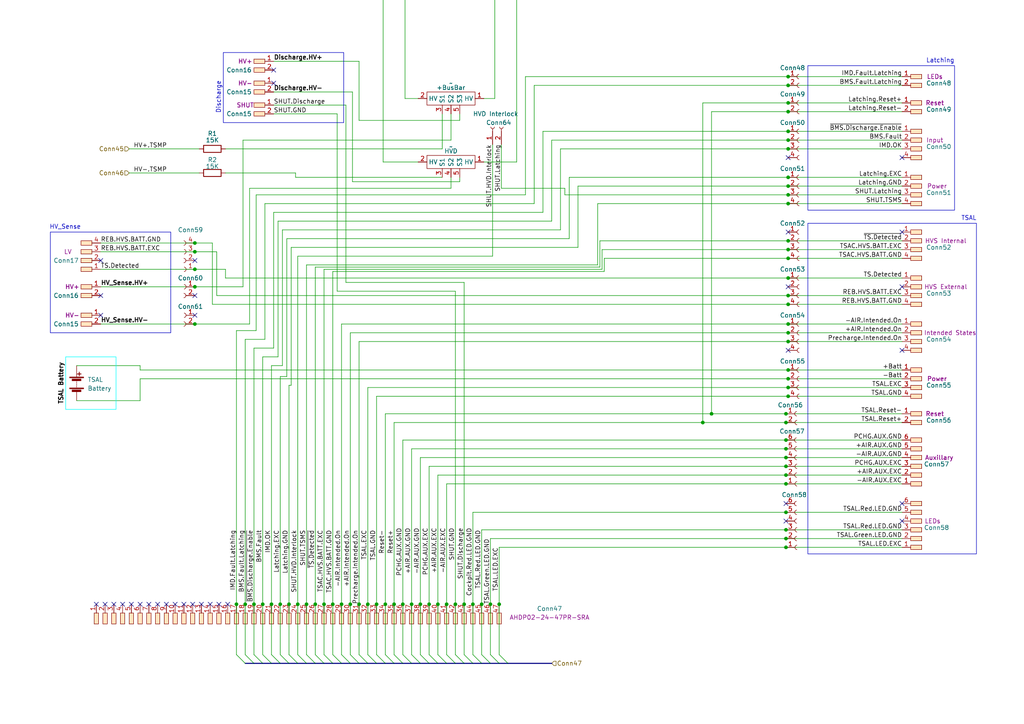
<source format=kicad_sch>
(kicad_sch (version 20230121) (generator eeschema)
  (paper "A4")
  (title_block (title "Rear Electronics Box") (date "2024-02-07") (rev "1.0.0") (company "SUFST") (comment 1 "Stag X") (comment 2 "Marek Frodyma"))
  (lib_symbols
    (symbol "Connector:Conn_01x02_Socket" (pin_names (offset 1.016) hide)
      (property "Reference" "J" (at 0 2.54 0))
      (property "Value" "Conn_01x02_Socket" (at 0 -5.08 0))
      (symbol "Conn_01x02_Socket_1_1"
        (arc (start 0 -2.032) (mid -0.5058 -2.54) (end 0 -3.048) (stroke (width 0.1524)))
        (polyline (pts (xy -1.27 -2.54) (xy -0.508 -2.54)) (stroke (width 0.1524)))
        (polyline (pts (xy -1.27 0) (xy -0.508 0)) (stroke (width 0.1524)))
        (arc (start 0 0.508) (mid -0.5058 0) (end 0 -0.508) (stroke (width 0.1524)))
        (pin passive line (at -5.08 0 0) (length 3.81) (name "Pin_1") (number "1"))
        (pin passive line (at -5.08 -2.54 0) (length 3.81) (name "Pin_2") (number "2"))
      )
    )
    (symbol "Connectors_SUFST:AMPHENOL-47P-Pannel"
      (property "Reference" "Conn" (at 0 -1.905 0))
      (property "P/N" "AHDP02-24-47PR-SRA" (at 0 0 0))
      (symbol "AMPHENOL-47P-Pannel_0_1"
        (polyline (pts (xy -0.635 -121.285) (xy 1.905 -121.285)))
        (polyline (pts (xy -0.635 -116.205) (xy 1.905 -116.205)))
        (polyline (pts (xy -0.635 -111.125) (xy 1.905 -111.125)))
        (polyline (pts (xy -0.635 -106.045) (xy 1.905 -106.045)))
        (polyline (pts (xy -0.635 -100.965) (xy 1.905 -100.965)))
        (polyline (pts (xy -0.635 -95.885) (xy 1.905 -95.885)))
        (polyline (pts (xy -0.635 -90.805) (xy 1.905 -90.805)))
        (polyline (pts (xy -0.635 -85.725) (xy 1.905 -85.725)))
        (polyline (pts (xy -0.635 -80.645) (xy 1.905 -80.645)))
        (polyline (pts (xy -0.635 -75.565) (xy 1.905 -75.565)))
        (polyline (pts (xy -0.635 -70.485) (xy 1.905 -70.485)))
        (polyline (pts (xy -0.635 -65.405) (xy 1.905 -65.405)))
        (polyline (pts (xy -0.635 -60.325) (xy 1.905 -60.325)))
        (polyline (pts (xy -0.635 -55.245) (xy 1.905 -55.245)))
        (polyline (pts (xy -0.635 -50.165) (xy 1.905 -50.165)))
        (polyline (pts (xy -0.635 -45.085) (xy 1.905 -45.085)))
        (polyline (pts (xy -0.635 -40.005) (xy 1.905 -40.005)))
        (polyline (pts (xy -0.635 -34.925) (xy 1.905 -34.925)))
        (polyline (pts (xy -0.635 -29.845) (xy 1.905 -29.845)))
        (polyline (pts (xy -0.635 -24.765) (xy 1.905 -24.765)))
        (polyline (pts (xy -0.635 -19.685) (xy 1.905 -19.685)))
        (polyline (pts (xy -0.635 -14.605) (xy 1.905 -14.605)))
        (polyline (pts (xy -0.635 -9.525) (xy 1.905 -9.525)))
        (polyline (pts (xy -0.635 -4.445) (xy 1.905 -4.445)))
      )
      (symbol "AMPHENOL-47P-Pannel_1_1"
        (rectangle (start -3.81 -120.65) (end -0.635 -121.92) (fill (type color) (color 255 229 191 1)))
        (rectangle (start -3.81 -118.11) (end -0.635 -119.38) (fill (type color) (color 255 229 191 1)))
        (rectangle (start -3.81 -115.57) (end -0.635 -116.84) (fill (type color) (color 255 229 191 1)))
        (rectangle (start -3.81 -113.03) (end -0.635 -114.3) (fill (type color) (color 255 229 191 1)))
        (rectangle (start -3.81 -110.49) (end -0.635 -111.76) (fill (type color) (color 255 229 191 1)))
        (rectangle (start -3.81 -107.95) (end -0.635 -109.22) (fill (type color) (color 255 229 191 1)))
        (rectangle (start -3.81 -105.41) (end -0.635 -106.68) (fill (type color) (color 255 229 191 1)))
        (rectangle (start -3.81 -102.87) (end -0.635 -104.14) (fill (type color) (color 255 229 191 1)))
        (rectangle (start -3.81 -100.33) (end -0.635 -101.6) (fill (type color) (color 255 229 191 1)))
        (rectangle (start -3.81 -97.79) (end -0.635 -99.06) (fill (type color) (color 255 229 191 1)))
        (rectangle (start -3.81 -95.25) (end -0.635 -96.52) (fill (type color) (color 255 229 191 1)))
        (rectangle (start -3.81 -92.71) (end -0.635 -93.98) (fill (type color) (color 255 229 191 1)))
        (rectangle (start -3.81 -90.17) (end -0.635 -91.44) (fill (type color) (color 255 229 191 1)))
        (rectangle (start -3.81 -87.63) (end -0.635 -88.9) (fill (type color) (color 255 229 191 1)))
        (rectangle (start -3.81 -85.09) (end -0.635 -86.36) (fill (type color) (color 255 229 191 1)))
        (rectangle (start -3.81 -82.55) (end -0.635 -83.82) (fill (type color) (color 255 229 191 1)))
        (rectangle (start -3.81 -80.01) (end -0.635 -81.28) (fill (type color) (color 255 229 191 1)))
        (rectangle (start -3.81 -77.47) (end -0.635 -78.74) (fill (type color) (color 255 229 191 1)))
        (rectangle (start -3.81 -74.93) (end -0.635 -76.2) (fill (type color) (color 255 229 191 1)))
        (rectangle (start -3.81 -72.39) (end -0.635 -73.66) (fill (type color) (color 255 229 191 1)))
        (rectangle (start -3.81 -69.85) (end -0.635 -71.12) (fill (type color) (color 255 229 191 1)))
        (rectangle (start -3.81 -67.31) (end -0.635 -68.58) (fill (type color) (color 255 229 191 1)))
        (rectangle (start -3.81 -64.77) (end -0.635 -66.04) (fill (type color) (color 255 229 191 1)))
        (rectangle (start -3.81 -62.23) (end -0.635 -63.5) (fill (type color) (color 255 229 191 1)))
        (rectangle (start -3.81 -59.69) (end -0.635 -60.96) (fill (type color) (color 255 229 191 1)))
        (rectangle (start -3.81 -57.15) (end -0.635 -58.42) (fill (type color) (color 255 229 191 1)))
        (rectangle (start -3.81 -54.61) (end -0.635 -55.88) (fill (type color) (color 255 229 191 1)))
        (rectangle (start -3.81 -52.07) (end -0.635 -53.34) (fill (type color) (color 255 229 191 1)))
        (rectangle (start -3.81 -49.53) (end -0.635 -50.8) (fill (type color) (color 255 229 191 1)))
        (rectangle (start -3.81 -46.99) (end -0.635 -48.26) (fill (type color) (color 255 229 191 1)))
        (rectangle (start -3.81 -44.45) (end -0.635 -45.72) (fill (type color) (color 255 229 191 1)))
        (rectangle (start -3.81 -41.91) (end -0.635 -43.18) (fill (type color) (color 255 229 191 1)))
        (rectangle (start -3.81 -39.37) (end -0.635 -40.64) (fill (type color) (color 255 229 191 1)))
        (rectangle (start -3.81 -36.83) (end -0.635 -38.1) (fill (type color) (color 255 229 191 1)))
        (rectangle (start -3.81 -34.29) (end -0.635 -35.56) (fill (type color) (color 255 229 191 1)))
        (rectangle (start -3.81 -31.75) (end -0.635 -33.02) (fill (type color) (color 255 229 191 1)))
        (rectangle (start -3.81 -29.21) (end -0.635 -30.48) (fill (type color) (color 255 229 191 1)))
        (rectangle (start -3.81 -26.67) (end -0.635 -27.94) (fill (type color) (color 255 229 191 1)))
        (rectangle (start -3.81 -24.13) (end -0.635 -25.4) (fill (type color) (color 255 229 191 1)))
        (rectangle (start -3.81 -21.59) (end -0.635 -22.86) (fill (type color) (color 255 229 191 1)))
        (rectangle (start -3.81 -19.05) (end -0.635 -20.32) (fill (type color) (color 255 229 191 1)))
        (rectangle (start -3.81 -16.51) (end -0.635 -17.78) (fill (type color) (color 255 229 191 1)))
        (rectangle (start -3.81 -13.97) (end -0.635 -15.24) (fill (type color) (color 255 229 191 1)))
        (rectangle (start -3.81 -11.43) (end -0.635 -12.7) (fill (type color) (color 255 229 191 1)))
        (rectangle (start -3.81 -8.89) (end -0.635 -10.16) (fill (type color) (color 255 229 191 1)))
        (rectangle (start -3.81 -6.35) (end -0.635 -7.62) (fill (type color) (color 255 229 191 1)))
        (rectangle (start -3.81 -3.81) (end -0.635 -5.08) (fill (type color) (color 255 229 191 1)))
        (pin input line (at 1.905 -4.445 180) (length 2.54) (name "") (number "1"))
        (pin input line (at 1.905 -27.305 180) (length 2.54) (name "") (number "10"))
        (pin input line (at 1.905 -29.845 180) (length 2.54) (name "") (number "11"))
        (pin input line (at 1.905 -32.385 180) (length 2.54) (name "") (number "12"))
        (pin input line (at 1.905 -34.925 180) (length 2.54) (name "") (number "13"))
        (pin input line (at 1.905 -37.465 180) (length 2.54) (name "") (number "14"))
        (pin input line (at 1.905 -40.005 180) (length 2.54) (name "") (number "15"))
        (pin input line (at 1.905 -42.545 180) (length 2.54) (name "") (number "16"))
        (pin input line (at 1.905 -45.085 180) (length 2.54) (name "") (number "17"))
        (pin input line (at 1.905 -47.625 180) (length 2.54) (name "") (number "18"))
        (pin input line (at 1.905 -50.165 180) (length 2.54) (name "") (number "19"))
        (pin input line (at 1.905 -6.985 180) (length 2.54) (name "") (number "2"))
        (pin input line (at 1.905 -52.705 180) (length 2.54) (name "") (number "20"))
        (pin input line (at 1.905 -55.245 180) (length 2.54) (name "") (number "21"))
        (pin input line (at 1.905 -57.785 180) (length 2.54) (name "") (number "22"))
        (pin input line (at 1.905 -60.325 180) (length 2.54) (name "") (number "23"))
        (pin input line (at 1.905 -62.865 180) (length 2.54) (name "") (number "24"))
        (pin input line (at 1.905 -65.405 180) (length 2.54) (name "") (number "25"))
        (pin input line (at 1.905 -67.945 180) (length 2.54) (name "") (number "26"))
        (pin input line (at 1.905 -70.485 180) (length 2.54) (name "") (number "27"))
        (pin input line (at 1.905 -73.025 180) (length 2.54) (name "") (number "28"))
        (pin input line (at 1.905 -75.565 180) (length 2.54) (name "") (number "29"))
        (pin input line (at 1.905 -9.525 180) (length 2.54) (name "") (number "3"))
        (pin input line (at 1.905 -78.105 180) (length 2.54) (name "") (number "30"))
        (pin input line (at 1.905 -80.645 180) (length 2.54) (name "") (number "31"))
        (pin input line (at 1.905 -83.185 180) (length 2.54) (name "") (number "32"))
        (pin input line (at 1.905 -85.725 180) (length 2.54) (name "") (number "33"))
        (pin input line (at 1.905 -88.265 180) (length 2.54) (name "") (number "34"))
        (pin input line (at 1.905 -90.805 180) (length 2.54) (name "") (number "35"))
        (pin input line (at 1.905 -93.345 180) (length 2.54) (name "") (number "36"))
        (pin input line (at 1.905 -95.885 180) (length 2.54) (name "") (number "37"))
        (pin input line (at 1.905 -98.425 180) (length 2.54) (name "") (number "38"))
        (pin input line (at 1.905 -100.965 180) (length 2.54) (name "") (number "39"))
        (pin input line (at 1.905 -12.065 180) (length 2.54) (name "") (number "4"))
        (pin input line (at 1.905 -103.505 180) (length 2.54) (name "") (number "40"))
        (pin input line (at 1.905 -106.045 180) (length 2.54) (name "") (number "41"))
        (pin input line (at 1.905 -108.585 180) (length 2.54) (name "") (number "42"))
        (pin input line (at 1.905 -111.125 180) (length 2.54) (name "") (number "43"))
        (pin input line (at 1.905 -113.665 180) (length 2.54) (name "") (number "44"))
        (pin input line (at 1.905 -116.205 180) (length 2.54) (name "") (number "45"))
        (pin input line (at 1.905 -118.745 180) (length 2.54) (name "") (number "46"))
        (pin input line (at 1.905 -121.285 180) (length 2.54) (name "") (number "47"))
        (pin input line (at 1.905 -14.605 180) (length 2.54) (name "") (number "5"))
        (pin input line (at 1.905 -17.145 180) (length 2.54) (name "") (number "6"))
        (pin input line (at 1.905 -19.685 180) (length 2.54) (name "") (number "7"))
        (pin input line (at 1.905 -22.225 180) (length 2.54) (name "") (number "8"))
        (pin input line (at 1.905 -24.765 180) (length 2.54) (name "") (number "9"))
      )
    )
    (symbol "Connectors_SUFST:Bus_Bar"
      (property "Reference" "B" (at 0 1.27 0))
      (symbol "Bus_Bar_0_1"
        (rectangle (start -6.985 -2.54) (end 6.985 -6.35))
      )
      (symbol "Bus_Bar_1_1"
        (pin input line (at 9.525 -4.445 180) (length 2.54) (name "HV") (number "1"))
        (pin input line (at -9.525 -4.445 0) (length 2.54) (name "HV") (number "2"))
        (pin input line (at -2.54 -8.89 90) (length 2.54) (name "S1") (number "3"))
        (pin input line (at 0 -8.89 90) (length 2.54) (name "S2") (number "4"))
        (pin input line (at 2.54 -8.89 90) (length 2.54) (name "S3") (number "5"))
      )
    )
    (symbol "Connectors_SUFST:Molex_2x1P_Horizontal_THT"
      (property "Reference" "Conn" (at 0 -1.905 0))
      (symbol "Molex_2x1P_Horizontal_THT_0_1"
        (polyline (pts (xy -0.635 -4.445) (xy 1.905 -4.445)))
      )
      (symbol "Molex_2x1P_Horizontal_THT_1_1"
        (rectangle (start -3.81 -6.35) (end -0.635 -7.62) (fill (type color) (color 255 229 191 1)))
        (rectangle (start -3.81 -3.81) (end -0.635 -5.08) (fill (type color) (color 255 229 191 1)))
        (pin input line (at 1.905 -6.985 180) (length 2.54) (name "") (number "1"))
        (pin input line (at 1.905 -4.445 180) (length 2.54) (name "") (number "2"))
      )
    )
    (symbol "Connectors_SUFST:Molex_2x1S_Recepticle"
      (property "Reference" "Conn" (at 0 0.635 0))
      (symbol "Molex_2x1S_Recepticle_0_1"
        (arc (start -2.5368 -2.5407) (mid -1.9833 -1.9063) (end -2.5355 -1.2707))
        (arc (start -2.4524 -5.0801) (mid -1.8989 -4.4457) (end -2.4511 -3.8101))
      )
      (symbol "Molex_2x1S_Recepticle_1_1"
        (pin input line (at 0.635 -4.445 180) (length 2.54) (name "") (number "1"))
        (pin input line (at 0.635 -1.905 180) (length 2.54) (name "") (number "2"))
      )
    )
    (symbol "Connectors_SUFST:Molex_2x2P_Horizontal"
      (property "Reference" "Conn" (at 0 -1.905 0))
      (symbol "Molex_2x2P_Horizontal_0_1"
        (polyline (pts (xy -0.635 -9.525) (xy 1.905 -9.525)))
        (polyline (pts (xy -0.635 -4.445) (xy 1.905 -4.445)))
      )
      (symbol "Molex_2x2P_Horizontal_1_1"
        (rectangle (start -3.81 -11.43) (end -0.635 -12.7) (fill (type color) (color 255 229 191 1)))
        (rectangle (start -3.81 -8.89) (end -0.635 -10.16) (fill (type color) (color 255 229 191 1)))
        (rectangle (start -3.81 -6.35) (end -0.635 -7.62) (fill (type color) (color 255 229 191 1)))
        (rectangle (start -3.81 -3.81) (end -0.635 -5.08) (fill (type color) (color 255 229 191 1)))
        (pin input line (at 1.905 -12.065 180) (length 2.54) (name "") (number "1"))
        (pin input line (at 1.905 -9.525 180) (length 2.54) (name "") (number "2"))
        (pin input line (at 1.905 -6.985 180) (length 2.54) (name "") (number "3"))
        (pin input line (at 1.905 -4.445 180) (length 2.54) (name "") (number "4"))
      )
    )
    (symbol "Connectors_SUFST:Molex_2x2S_Recepticle"
      (property "Reference" "Conn" (at 0 0.635 0))
      (symbol "Molex_2x2S_Recepticle_0_1"
        (arc (start -2.5368 -7.6207) (mid -1.9833 -6.9863) (end -2.5355 -6.3507))
        (arc (start -2.5368 -2.5407) (mid -1.9833 -1.9063) (end -2.5355 -1.2707))
        (arc (start -2.4524 -10.1601) (mid -1.8989 -9.5257) (end -2.4511 -8.8901))
        (arc (start -2.4524 -5.0801) (mid -1.8989 -4.4457) (end -2.4511 -3.8101))
      )
      (symbol "Molex_2x2S_Recepticle_1_1"
        (pin input line (at 0.635 -9.525 180) (length 2.54) (name "") (number "1"))
        (pin input line (at 0.635 -6.985 180) (length 2.54) (name "") (number "2"))
        (pin input line (at 0.635 -4.445 180) (length 2.54) (name "") (number "3"))
        (pin input line (at 0.635 -1.905 180) (length 2.54) (name "") (number "4"))
      )
    )
    (symbol "Connectors_SUFST:Molex_3x2S_Recepticle"
      (property "Reference" "Conn" (at 0 0.635 0))
      (symbol "Molex_3x2S_Recepticle_0_1"
        (arc (start -2.5368 -7.6207) (mid -1.9833 -6.9863) (end -2.5355 -6.3507))
        (arc (start -2.5368 -2.5407) (mid -1.9833 -1.9063) (end -2.5355 -1.2707))
        (arc (start -2.4524 -12.7001) (mid -1.8989 -12.0657) (end -2.4511 -11.4301))
        (arc (start -2.4524 -10.1601) (mid -1.8989 -9.5257) (end -2.4511 -8.8901))
        (arc (start -2.4524 -5.0801) (mid -1.8989 -4.4457) (end -2.4511 -3.8101))
        (arc (start -2.368 -15.2395) (mid -1.8145 -14.6051) (end -2.3667 -13.9695))
      )
      (symbol "Molex_3x2S_Recepticle_1_1"
        (pin input line (at 0.635 -1.905 180) (length 2.54) (name "") (number "1"))
        (pin input line (at 0.635 -4.445 180) (length 2.54) (name "") (number "2"))
        (pin input line (at 0.635 -6.985 180) (length 2.54) (name "") (number "3"))
        (pin input line (at 0.635 -9.525 180) (length 2.54) (name "") (number "4"))
        (pin input line (at 0.635 -12.065 180) (length 2.54) (name "") (number "5"))
        (pin input line (at 0.635 -14.605 180) (length 2.54) (name "") (number "6"))
      )
    )
    (symbol "Connectors_SUFST:Molex_6x1P_Horizontal_THT"
      (property "Reference" "Conn" (at 0 -1.905 0))
      (symbol "Molex_6x1P_Horizontal_THT_0_1"
        (polyline (pts (xy -0.635 -14.605) (xy 1.905 -14.605)))
        (polyline (pts (xy -0.635 -9.525) (xy 1.905 -9.525)))
        (polyline (pts (xy -0.635 -4.445) (xy 1.905 -4.445)))
      )
      (symbol "Molex_6x1P_Horizontal_THT_1_1"
        (rectangle (start -3.81 -16.51) (end -0.635 -17.78) (fill (type color) (color 255 229 191 1)))
        (rectangle (start -3.81 -13.97) (end -0.635 -15.24) (fill (type color) (color 255 229 191 1)))
        (rectangle (start -3.81 -11.43) (end -0.635 -12.7) (fill (type color) (color 255 229 191 1)))
        (rectangle (start -3.81 -8.89) (end -0.635 -10.16) (fill (type color) (color 255 229 191 1)))
        (rectangle (start -3.81 -6.35) (end -0.635 -7.62) (fill (type color) (color 255 229 191 1)))
        (rectangle (start -3.81 -3.81) (end -0.635 -5.08) (fill (type color) (color 255 229 191 1)))
        (pin input line (at 1.905 -4.445 180) (length 2.54) (name "") (number "1"))
        (pin input line (at 1.905 -6.985 180) (length 2.54) (name "") (number "2"))
        (pin input line (at 1.905 -9.525 180) (length 2.54) (name "") (number "3"))
        (pin input line (at 1.905 -12.065 180) (length 2.54) (name "") (number "4"))
        (pin input line (at 1.905 -14.605 180) (length 2.54) (name "") (number "5"))
        (pin input line (at 1.905 -17.145 180) (length 2.54) (name "") (number "6"))
      )
    )
    (symbol "Device:Battery" (pin_numbers hide) (pin_names (offset 0) hide)
      (property "Reference" "BT" (at 2.54 2.54 0))
      (property "Value" "Battery" (at 2.54 0 0))
      (symbol "Battery_0_1"
        (rectangle (start -2.032 -1.397) (end 2.032 -1.651) (fill (type outline)))
        (rectangle (start -2.032 1.778) (end 2.032 1.524) (fill (type outline)))
        (rectangle (start -1.3208 -1.9812) (end 1.27 -2.4892) (fill (type outline)))
        (rectangle (start -1.3208 1.1938) (end 1.27 0.6858) (fill (type outline)))
        (polyline (pts (xy 0 -1.524) (xy 0 -1.27)))
        (polyline (pts (xy 0 -1.016) (xy 0 -0.762)))
        (polyline (pts (xy 0 -0.508) (xy 0 -0.254)))
        (polyline (pts (xy 0 0) (xy 0 0.254)))
        (polyline (pts (xy 0 0.508) (xy 0 0.762)))
        (polyline (pts (xy 0 1.778) (xy 0 2.54)))
        (polyline (pts (xy 0.254 2.667) (xy 1.27 2.667)) (stroke (width 0.254)))
        (polyline (pts (xy 0.762 3.175) (xy 0.762 2.159)) (stroke (width 0.254)))
      )
      (symbol "Battery_1_1"
        (pin passive line (at 0 5.08 270) (length 2.54) (name "+") (number "1"))
        (pin passive line (at 0 -5.08 90) (length 2.54) (name "-") (number "2"))
      )
    )
    (symbol "Device:R" (pin_numbers hide) (pin_names (offset 0))
      (property "Reference" "R" (at 2.032 0 90))
      (property "Value" "R" (at 0 0 90))
      (symbol "R_0_1"
        (rectangle (start -1.016 -2.54) (end 1.016 2.54) (stroke (width 0.254)))
      )
      (symbol "R_1_1"
        (pin passive line (at 0 3.81 270) (length 1.27) (name "~") (number "1"))
        (pin passive line (at 0 -3.81 90) (length 1.27) (name "~") (number "2"))
      )
    )
    (symbol "Molex_2x2P_Horizontal_1"
      (property "Reference" "Conn" (at 0 -1.905 0))
      (symbol "Molex_2x2P_Horizontal_1_0_1"
        (polyline (pts (xy -0.635 -9.525) (xy 1.905 -9.525)))
        (polyline (pts (xy -0.635 -4.445) (xy 1.905 -4.445)))
      )
      (symbol "Molex_2x2P_Horizontal_1_1_1"
        (rectangle (start -3.81 -11.43) (end -0.635 -12.7) (fill (type color) (color 255 229 191 1)))
        (rectangle (start -3.81 -8.89) (end -0.635 -10.16) (fill (type color) (color 255 229 191 1)))
        (rectangle (start -3.81 -6.35) (end -0.635 -7.62) (fill (type color) (color 255 229 191 1)))
        (rectangle (start -3.81 -3.81) (end -0.635 -5.08) (fill (type color) (color 255 229 191 1)))
        (pin input line (at 1.905 -12.065 180) (length 2.54) (name "") (number "1"))
        (pin input line (at 1.905 -9.525 180) (length 2.54) (name "") (number "2"))
        (pin input line (at 1.905 -6.985 180) (length 2.54) (name "") (number "3"))
        (pin input line (at 1.905 -4.445 180) (length 2.54) (name "") (number "4"))
      )
    )
  )
  (junction (at 227.965 132.715))
  (junction (at 121.92 175.26))
  (junction (at 228.6 74.93))
  (junction (at 124.46 175.26))
  (junction (at 228.6 59.055))
  (junction (at 86.36 175.26))
  (junction (at 228.6 109.855))
  (junction (at 206.375 120.015))
  (junction (at 104.14 175.26))
  (junction (at 228.6 114.935))
  (junction (at 78.74 175.26))
  (junction (at 228.6 22.225))
  (junction (at 227.965 140.335))
  (junction (at 227.965 137.795))
  (junction (at 83.82 175.26))
  (junction (at 227.965 127.635))
  (junction (at 228.6 96.52))
  (junction (at 227.965 153.67))
  (junction (at 68.58 175.26))
  (junction (at 71.12 175.26))
  (junction (at 228.6 72.39))
  (junction (at 132.08 175.26))
  (junction (at 144.78 175.26))
  (junction (at 228.6 51.435))
  (junction (at 227.965 122.555))
  (junction (at 56.515 78.105))
  (junction (at 56.515 83.185))
  (junction (at 228.6 24.765))
  (junction (at 227.965 148.59))
  (junction (at 228.6 85.725))
  (junction (at 228.6 99.06))
  (junction (at 111.76 175.26))
  (junction (at 227.965 120.015))
  (junction (at 203.835 122.555))
  (junction (at 227.965 135.255))
  (junction (at 109.22 175.26))
  (junction (at 134.62 175.26))
  (junction (at 56.515 73.025))
  (junction (at 56.515 70.485))
  (junction (at 227.965 156.21))
  (junction (at 139.7 175.26))
  (junction (at 88.9 175.26))
  (junction (at 228.6 80.645))
  (junction (at 129.54 175.26))
  (junction (at 227.965 158.75))
  (junction (at 99.06 175.26))
  (junction (at 228.6 88.265))
  (junction (at 228.6 38.1))
  (junction (at 228.6 93.98))
  (junction (at 228.6 32.385))
  (junction (at 76.2 175.26))
  (junction (at 93.98 175.26))
  (junction (at 119.38 175.26))
  (junction (at 101.6 175.26))
  (junction (at 56.515 93.98))
  (junction (at 91.44 175.26))
  (junction (at 114.3 175.26))
  (junction (at 228.6 43.18))
  (junction (at 228.6 107.315))
  (junction (at 137.16 175.26))
  (junction (at 81.28 175.26))
  (junction (at 96.52 175.26))
  (junction (at 127 175.26))
  (junction (at 228.6 29.845))
  (junction (at 228.6 112.395))
  (junction (at 106.68 175.26))
  (junction (at 227.965 130.175))
  (junction (at 228.6 40.64))
  (junction (at 228.6 69.85))
  (junction (at 116.84 175.26))
  (junction (at 142.24 175.26))
  (junction (at 228.6 53.975))
  (junction (at 73.66 175.26))
  (junction (at 228.6 56.515))
  (no_connect (at 261.62 67.31))
  (no_connect (at 227.965 151.13))
  (no_connect (at 228.6 101.6))
  (no_connect (at 228.6 45.72))
  (no_connect (at 45.72 175.26))
  (no_connect (at 53.34 175.26))
  (no_connect (at 79.375 24.13))
  (no_connect (at 56.515 91.44))
  (no_connect (at 261.62 101.6))
  (no_connect (at 227.965 146.05))
  (no_connect (at 35.56 175.26))
  (no_connect (at 50.8 175.26))
  (no_connect (at 261.62 151.13))
  (no_connect (at 261.62 45.72))
  (no_connect (at 29.21 91.44))
  (no_connect (at 40.64 175.26))
  (no_connect (at 56.515 85.725))
  (no_connect (at 30.48 175.26))
  (no_connect (at 33.02 175.26))
  (no_connect (at 27.94 175.26))
  (no_connect (at 66.04 175.26))
  (no_connect (at 43.18 175.26))
  (no_connect (at 228.6 83.185))
  (no_connect (at 228.6 67.31))
  (no_connect (at 56.515 75.565))
  (no_connect (at 261.62 146.05))
  (no_connect (at 58.42 175.26))
  (no_connect (at 261.62 83.185))
  (no_connect (at 79.375 20.32))
  (no_connect (at 29.21 75.565))
  (no_connect (at 29.21 85.725))
  (no_connect (at 38.1 175.26))
  (no_connect (at 48.26 175.26))
  (no_connect (at 60.96 175.26))
  (no_connect (at 63.5 175.26))
  (no_connect (at 55.88 175.26))
  (bus_entry (at 104.14 189.865) (size 2.54 2.54))
  (bus_entry (at 68.58 189.865) (size 2.54 2.54))
  (bus_entry (at 121.92 189.865) (size 2.54 2.54))
  (bus_entry (at 134.62 189.865) (size 2.54 2.54))
  (bus_entry (at 86.36 189.865) (size 2.54 2.54))
  (bus_entry (at 127 189.865) (size 2.54 2.54))
  (bus_entry (at 111.76 189.865) (size 2.54 2.54))
  (bus_entry (at 96.52 189.865) (size 2.54 2.54))
  (bus_entry (at 71.12 189.865) (size 2.54 2.54))
  (bus_entry (at 144.78 189.865) (size 2.54 2.54))
  (bus_entry (at 91.44 189.865) (size 2.54 2.54))
  (bus_entry (at 114.3 189.865) (size 2.54 2.54))
  (bus_entry (at 137.16 189.865) (size 2.54 2.54))
  (bus_entry (at 73.66 189.865) (size 2.54 2.54))
  (bus_entry (at 106.68 189.865) (size 2.54 2.54))
  (bus_entry (at 101.6 189.865) (size 2.54 2.54))
  (bus_entry (at 119.38 189.865) (size 2.54 2.54))
  (bus_entry (at 129.54 189.865) (size 2.54 2.54))
  (bus_entry (at 116.84 189.865) (size 2.54 2.54))
  (bus_entry (at 78.74 189.865) (size 2.54 2.54))
  (bus_entry (at 109.22 189.865) (size 2.54 2.54))
  (bus_entry (at 83.82 189.865) (size 2.54 2.54))
  (bus_entry (at 132.08 189.865) (size 2.54 2.54))
  (bus_entry (at 88.9 189.865) (size 2.54 2.54))
  (bus_entry (at 93.98 189.865) (size 2.54 2.54))
  (bus_entry (at 99.06 189.865) (size 2.54 2.54))
  (bus_entry (at 139.7 189.865) (size 2.54 2.54))
  (bus_entry (at 142.24 189.865) (size 2.54 2.54))
  (bus_entry (at 81.28 189.865) (size 2.54 2.54))
  (bus_entry (at 124.46 189.865) (size 2.54 2.54))
  (bus_entry (at 76.2 189.865) (size 2.54 2.54))
  (wire (pts (xy 145.415 54.61) (xy 145.415 41.91)))
  (wire (pts (xy 74.295 95.885) (xy 74.295 56.515)))
  (wire (pts (xy 62.865 85.725) (xy 62.865 73.025)))
  (wire (pts (xy 104.14 175.26) (xy 104.14 189.865)))
  (wire (pts (xy 128.27 51.435) (xy 85.725 51.435)))
  (wire (pts (xy 114.3 122.555) (xy 114.3 175.26)))
  (bus (pts (xy 144.78 192.405) (xy 147.32 192.405)))
  (wire (pts (xy 65.405 80.645) (xy 228.6 80.645)))
  (wire (pts (xy 81.915 66.675) (xy 81.915 106.045)))
  (wire (pts (xy 93.98 175.26) (xy 93.98 189.865)))
  (wire (pts (xy 261.62 99.06) (xy 228.6 99.06)))
  (wire (pts (xy 261.62 93.98) (xy 228.6 93.98)))
  (wire (pts (xy 133.35 52.705) (xy 102.235 52.705)))
  (wire (pts (xy 71.12 98.425) (xy 71.12 175.26)))
  (bus (pts (xy 101.6 192.405) (xy 104.14 192.405)))
  (wire (pts (xy 228.6 69.85) (xy 261.62 69.85)))
  (wire (pts (xy 227.965 132.715) (xy 261.62 132.715)))
  (wire (pts (xy 261.62 43.18) (xy 228.6 43.18)))
  (wire (pts (xy 104.14 99.06) (xy 104.14 175.26)))
  (wire (pts (xy 261.62 53.975) (xy 228.6 53.975)))
  (wire (pts (xy 80.645 103.505) (xy 76.2 103.505)))
  (wire (pts (xy 127 137.795) (xy 127 175.26)))
  (wire (pts (xy 56.515 78.105) (xy 29.21 78.105)))
  (wire (pts (xy 228.6 96.52) (xy 261.62 96.52)))
  (wire (pts (xy 37.465 50.165) (xy 57.785 50.165)))
  (wire (pts (xy 79.375 61.595) (xy 79.375 100.965)))
  (wire (pts (xy 121.285 28.575) (xy 117.475 28.575)))
  (wire (pts (xy 173.99 69.85) (xy 228.6 69.85)))
  (bus (pts (xy 134.62 192.405) (xy 137.16 192.405)))
  (wire (pts (xy 114.3 175.26) (xy 114.3 189.865)))
  (wire (pts (xy 106.68 112.395) (xy 228.6 112.395)))
  (wire (pts (xy 124.46 175.26) (xy 124.46 189.865)))
  (wire (pts (xy 121.92 132.715) (xy 121.92 175.26)))
  (wire (pts (xy 261.62 59.055) (xy 228.6 59.055)))
  (wire (pts (xy 85.725 51.435) (xy 85.725 50.165)))
  (bus (pts (xy 127 192.405) (xy 129.54 192.405)))
  (wire (pts (xy 93.98 78.105) (xy 93.98 175.26)))
  (wire (pts (xy 97.79 84.455) (xy 97.79 33.02)))
  (wire (pts (xy 173.99 77.47) (xy 91.44 77.47)))
  (wire (pts (xy 140.335 28.575) (xy 143.51 28.575)))
  (wire (pts (xy 106.68 112.395) (xy 106.68 175.26)))
  (wire (pts (xy 203.835 29.845) (xy 203.835 122.555)))
  (wire (pts (xy 121.92 175.26) (xy 121.92 189.865)))
  (wire (pts (xy 96.52 78.74) (xy 175.26 78.74)))
  (wire (pts (xy 132.08 84.455) (xy 97.79 84.455)))
  (bus (pts (xy 106.68 192.405) (xy 109.22 192.405)))
  (wire (pts (xy 261.62 56.515) (xy 228.6 56.515)))
  (wire (pts (xy 261.62 153.67) (xy 227.965 153.67)))
  (wire (pts (xy 139.7 153.67) (xy 139.7 175.26)))
  (wire (pts (xy 140.335 46.99) (xy 149.86 46.99)))
  (wire (pts (xy 68.58 95.885) (xy 74.295 95.885)))
  (bus (pts (xy 81.28 192.405) (xy 83.82 192.405)))
  (bus (pts (xy 76.2 192.405) (xy 78.74 192.405)))
  (wire (pts (xy 86.36 74.295) (xy 142.875 74.295)))
  (wire (pts (xy 80.645 64.135) (xy 80.645 103.505)))
  (bus (pts (xy 86.36 192.405) (xy 88.9 192.405)))
  (wire (pts (xy 78.74 175.26) (xy 78.74 189.865)))
  (wire (pts (xy 114.3 122.555) (xy 203.835 122.555)))
  (wire (pts (xy 129.54 175.26) (xy 129.54 189.865)))
  (wire (pts (xy 84.455 111.76) (xy 83.82 111.76)))
  (bus (pts (xy 104.14 192.405) (xy 106.68 192.405)))
  (bus (pts (xy 124.46 192.405) (xy 127 192.405)))
  (wire (pts (xy 142.24 175.26) (xy 142.24 189.865)))
  (wire (pts (xy 129.54 140.335) (xy 129.54 175.26)))
  (wire (pts (xy 130.81 33.02) (xy 130.81 40.64)))
  (wire (pts (xy 76.835 98.425) (xy 71.12 98.425)))
  (wire (pts (xy 130.81 40.64) (xy 70.485 40.64)))
  (wire (pts (xy 40.64 107.315) (xy 40.64 106.045)))
  (wire (pts (xy 83.185 69.215) (xy 83.185 109.22)))
  (wire (pts (xy 96.52 175.26) (xy 96.52 189.865)))
  (wire (pts (xy 104.14 17.78) (xy 104.14 34.925)))
  (wire (pts (xy 228.6 38.1) (xy 157.48 38.1)))
  (wire (pts (xy 81.915 106.045) (xy 78.74 106.045)))
  (wire (pts (xy 101.6 175.26) (xy 101.6 189.865)))
  (wire (pts (xy 227.965 137.795) (xy 127 137.795)))
  (wire (pts (xy 261.62 135.255) (xy 227.965 135.255)))
  (bus (pts (xy 114.3 192.405) (xy 116.84 192.405)))
  (wire (pts (xy 144.78 175.26) (xy 144.78 189.865)))
  (wire (pts (xy 139.7 153.67) (xy 227.965 153.67)))
  (wire (pts (xy 83.185 109.22) (xy 81.28 109.22)))
  (wire (pts (xy 175.26 78.74) (xy 175.26 74.93)))
  (wire (pts (xy 134.62 175.26) (xy 134.62 189.865)))
  (wire (pts (xy 83.82 111.76) (xy 83.82 175.26)))
  (wire (pts (xy 261.62 51.435) (xy 228.6 51.435)))
  (wire (pts (xy 228.6 74.93) (xy 261.62 74.93)))
  (wire (pts (xy 149.86 -5.08) (xy 149.86 46.99)))
  (wire (pts (xy 86.36 74.295) (xy 86.36 175.26)))
  (wire (pts (xy 228.6 107.315) (xy 261.62 107.315)))
  (bus (pts (xy 73.66 192.405) (xy 76.2 192.405)))
  (wire (pts (xy 106.68 175.26) (xy 106.68 189.865)))
  (wire (pts (xy 157.48 61.595) (xy 79.375 61.595)))
  (wire (pts (xy 101.6 96.52) (xy 228.6 96.52)))
  (wire (pts (xy 109.22 114.935) (xy 109.22 175.26)))
  (bus (pts (xy 121.92 192.405) (xy 124.46 192.405)))
  (wire (pts (xy 29.21 93.98) (xy 56.515 93.98)))
  (wire (pts (xy 228.6 43.18) (xy 162.56 43.18)))
  (wire (pts (xy 130.81 51.435) (xy 130.81 54.61)))
  (wire (pts (xy 101.6 96.52) (xy 101.6 175.26)))
  (wire (pts (xy 261.62 137.795) (xy 227.965 137.795)))
  (wire (pts (xy 56.515 83.185) (xy 70.485 83.185)))
  (wire (pts (xy 129.54 140.335) (xy 227.965 140.335)))
  (wire (pts (xy 174.625 78.105) (xy 93.98 78.105)))
  (wire (pts (xy 74.295 56.515) (xy 152.4 56.515)))
  (wire (pts (xy 143.51 -5.08) (xy 143.51 28.575)))
  (wire (pts (xy 133.35 51.435) (xy 133.35 52.705)))
  (wire (pts (xy 228.6 107.315) (xy 40.64 107.315)))
  (wire (pts (xy 173.355 59.055) (xy 173.355 76.835)))
  (wire (pts (xy 227.965 130.175) (xy 119.38 130.175)))
  (bus (pts (xy 132.08 192.405) (xy 134.62 192.405)))
  (wire (pts (xy 163.83 54.61) (xy 145.415 54.61)))
  (wire (pts (xy 65.405 78.105) (xy 56.515 78.105)))
  (wire (pts (xy 137.16 148.59) (xy 137.16 175.26)))
  (bus (pts (xy 111.76 192.405) (xy 114.3 192.405)))
  (wire (pts (xy 111.76 175.26) (xy 111.76 189.865)))
  (wire (pts (xy 261.62 24.765) (xy 228.6 24.765)))
  (wire (pts (xy 102.235 52.705) (xy 102.235 26.67)))
  (wire (pts (xy 261.62 156.21) (xy 227.965 156.21)))
  (wire (pts (xy 227.965 135.255) (xy 124.46 135.255)))
  (wire (pts (xy 139.7 175.26) (xy 139.7 189.865)))
  (wire (pts (xy 261.62 38.1) (xy 228.6 38.1)))
  (wire (pts (xy 61.595 70.485) (xy 56.515 70.485)))
  (bus (pts (xy 71.12 192.405) (xy 73.66 192.405)))
  (bus (pts (xy 83.82 192.405) (xy 86.36 192.405)))
  (wire (pts (xy 99.06 93.98) (xy 99.06 175.26)))
  (wire (pts (xy 70.485 40.64) (xy 70.485 83.185)))
  (wire (pts (xy 62.865 85.725) (xy 228.6 85.725)))
  (wire (pts (xy 228.6 80.645) (xy 261.62 80.645)))
  (bus (pts (xy 99.06 192.405) (xy 101.6 192.405)))
  (wire (pts (xy 261.62 32.385) (xy 228.6 32.385)))
  (wire (pts (xy 162.56 66.675) (xy 81.915 66.675)))
  (wire (pts (xy 40.64 116.205) (xy 22.225 116.205)))
  (wire (pts (xy 261.62 114.935) (xy 228.6 114.935)))
  (wire (pts (xy 56.515 70.485) (xy 29.21 70.485)))
  (wire (pts (xy 78.74 106.045) (xy 78.74 175.26)))
  (wire (pts (xy 76.835 59.055) (xy 76.835 98.425)))
  (wire (pts (xy 132.08 84.455) (xy 132.08 175.26)))
  (wire (pts (xy 116.84 175.26) (xy 116.84 189.865)))
  (wire (pts (xy 56.515 73.025) (xy 29.21 73.025)))
  (wire (pts (xy 104.14 17.78) (xy 79.375 17.78)))
  (wire (pts (xy 134.62 81.915) (xy 134.62 175.26)))
  (wire (pts (xy 133.35 33.02) (xy 133.35 34.925)))
  (wire (pts (xy 227.965 140.335) (xy 261.62 140.335)))
  (wire (pts (xy 228.6 112.395) (xy 261.62 112.395)))
  (wire (pts (xy 127 175.26) (xy 127 189.865)))
  (bus (pts (xy 137.16 192.405) (xy 139.7 192.405)))
  (wire (pts (xy 40.64 109.855) (xy 40.64 116.205)))
  (wire (pts (xy 206.375 32.385) (xy 206.375 120.015)))
  (bus (pts (xy 139.7 192.405) (xy 142.24 192.405)))
  (wire (pts (xy 154.94 24.765) (xy 154.94 59.055)))
  (wire (pts (xy 227.965 122.555) (xy 261.62 122.555)))
  (wire (pts (xy 76.2 103.505) (xy 76.2 175.26)))
  (bus (pts (xy 119.38 192.405) (xy 121.92 192.405)))
  (wire (pts (xy 173.355 76.835) (xy 88.9 76.835)))
  (wire (pts (xy 79.375 100.965) (xy 73.66 100.965)))
  (wire (pts (xy 68.58 175.26) (xy 68.58 189.865)))
  (wire (pts (xy 88.9 76.835) (xy 88.9 175.26)))
  (wire (pts (xy 76.2 175.26) (xy 76.2 189.865)))
  (wire (pts (xy 137.16 175.26) (xy 137.16 189.865)))
  (wire (pts (xy 100.33 81.915) (xy 134.62 81.915)))
  (wire (pts (xy 56.515 93.98) (xy 72.39 93.98)))
  (wire (pts (xy 174.625 72.39) (xy 174.625 78.105)))
  (wire (pts (xy 116.84 127.635) (xy 227.965 127.635)))
  (wire (pts (xy 71.12 175.26) (xy 71.12 189.865)))
  (wire (pts (xy 167.64 71.755) (xy 84.455 71.755)))
  (bus (pts (xy 91.44 192.405) (xy 93.98 192.405)))
  (wire (pts (xy 142.24 156.21) (xy 142.24 175.26)))
  (wire (pts (xy 111.125 -5.715) (xy 111.125 46.99)))
  (bus (pts (xy 78.74 192.405) (xy 81.28 192.405)))
  (bus (pts (xy 147.32 192.405) (xy 160.02 192.405)))
  (wire (pts (xy 203.835 122.555) (xy 227.965 122.555)))
  (wire (pts (xy 228.6 29.845) (xy 203.835 29.845)))
  (bus (pts (xy 129.54 192.405) (xy 132.08 192.405)))
  (wire (pts (xy 142.24 156.21) (xy 227.965 156.21)))
  (wire (pts (xy 81.28 109.22) (xy 81.28 175.26)))
  (wire (pts (xy 144.78 158.75) (xy 227.965 158.75)))
  (wire (pts (xy 261.62 40.64) (xy 228.6 40.64)))
  (wire (pts (xy 165.1 69.215) (xy 83.185 69.215)))
  (wire (pts (xy 133.35 34.925) (xy 104.14 34.925)))
  (wire (pts (xy 100.33 30.48) (xy 100.33 81.915)))
  (wire (pts (xy 116.84 127.635) (xy 116.84 175.26)))
  (wire (pts (xy 154.94 59.055) (xy 76.835 59.055)))
  (wire (pts (xy 61.595 88.265) (xy 61.595 70.485)))
  (wire (pts (xy 124.46 135.255) (xy 124.46 175.26)))
  (wire (pts (xy 130.81 54.61) (xy 72.39 54.61)))
  (wire (pts (xy 61.595 88.265) (xy 228.6 88.265)))
  (bus (pts (xy 96.52 192.405) (xy 99.06 192.405)))
  (wire (pts (xy 142.875 74.295) (xy 142.875 41.91)))
  (wire (pts (xy 144.78 158.75) (xy 144.78 175.26)))
  (wire (pts (xy 261.62 72.39) (xy 228.6 72.39)))
  (wire (pts (xy 91.44 175.26) (xy 91.44 189.865)))
  (wire (pts (xy 68.58 95.885) (xy 68.58 175.26)))
  (wire (pts (xy 261.62 130.175) (xy 227.965 130.175)))
  (wire (pts (xy 102.235 26.67) (xy 79.375 26.67)))
  (wire (pts (xy 65.405 80.645) (xy 65.405 78.105)))
  (wire (pts (xy 119.38 130.175) (xy 119.38 175.26)))
  (wire (pts (xy 160.02 40.64) (xy 160.02 64.135)))
  (wire (pts (xy 119.38 175.26) (xy 119.38 189.865)))
  (wire (pts (xy 261.62 109.855) (xy 228.6 109.855)))
  (wire (pts (xy 227.965 127.635) (xy 261.62 127.635)))
  (wire (pts (xy 121.92 132.715) (xy 227.965 132.715)))
  (wire (pts (xy 79.375 30.48) (xy 100.33 30.48)))
  (wire (pts (xy 84.455 71.755) (xy 84.455 111.76)))
  (wire (pts (xy 162.56 43.18) (xy 162.56 66.675)))
  (wire (pts (xy 111.76 120.015) (xy 206.375 120.015)))
  (wire (pts (xy 228.6 109.855) (xy 40.64 109.855)))
  (wire (pts (xy 29.21 83.185) (xy 56.515 83.185)))
  (wire (pts (xy 97.79 33.02) (xy 79.375 33.02)))
  (wire (pts (xy 81.28 175.26) (xy 81.28 189.865)))
  (wire (pts (xy 62.865 73.025) (xy 56.515 73.025)))
  (wire (pts (xy 111.76 120.015) (xy 111.76 175.26)))
  (wire (pts (xy 261.62 148.59) (xy 227.965 148.59)))
  (wire (pts (xy 73.66 175.26) (xy 73.66 189.865)))
  (wire (pts (xy 73.66 100.965) (xy 73.66 175.26)))
  (wire (pts (xy 128.27 33.02) (xy 128.27 43.18)))
  (wire (pts (xy 228.6 40.64) (xy 160.02 40.64)))
  (bus (pts (xy 142.24 192.405) (xy 144.78 192.405)))
  (wire (pts (xy 88.9 175.26) (xy 88.9 189.865)))
  (wire (pts (xy 228.6 72.39) (xy 174.625 72.39)))
  (wire (pts (xy 206.375 120.015) (xy 227.965 120.015)))
  (wire (pts (xy 160.02 64.135) (xy 80.645 64.135)))
  (bus (pts (xy 88.9 192.405) (xy 91.44 192.405)))
  (wire (pts (xy 91.44 77.47) (xy 91.44 175.26)))
  (wire (pts (xy 83.82 175.26) (xy 83.82 189.865)))
  (wire (pts (xy 228.6 93.98) (xy 99.06 93.98)))
  (wire (pts (xy 261.62 158.75) (xy 227.965 158.75)))
  (wire (pts (xy 117.475 -5.715) (xy 117.475 28.575)))
  (wire (pts (xy 228.6 32.385) (xy 206.375 32.385)))
  (wire (pts (xy 128.27 43.18) (xy 65.405 43.18)))
  (wire (pts (xy 163.83 56.515) (xy 163.83 54.61)))
  (bus (pts (xy 93.98 192.405) (xy 96.52 192.405)))
  (wire (pts (xy 228.6 88.265) (xy 261.62 88.265)))
  (wire (pts (xy 96.52 78.74) (xy 96.52 175.26)))
  (wire (pts (xy 228.6 51.435) (xy 165.1 51.435)))
  (wire (pts (xy 99.06 175.26) (xy 99.06 189.865)))
  (wire (pts (xy 137.16 148.59) (xy 227.965 148.59)))
  (wire (pts (xy 121.285 46.99) (xy 111.125 46.99)))
  (bus (pts (xy 109.22 192.405) (xy 111.76 192.405)))
  (wire (pts (xy 152.4 22.225) (xy 228.6 22.225)))
  (wire (pts (xy 228.6 22.225) (xy 261.62 22.225)))
  (bus (pts (xy 116.84 192.405) (xy 119.38 192.405)))
  (wire (pts (xy 72.39 54.61) (xy 72.39 93.98)))
  (wire (pts (xy 157.48 38.1) (xy 157.48 61.595)))
  (wire (pts (xy 167.64 53.975) (xy 167.64 71.755)))
  (wire (pts (xy 173.99 69.85) (xy 173.99 77.47)))
  (wire (pts (xy 85.725 50.165) (xy 65.405 50.165)))
  (wire (pts (xy 227.965 120.015) (xy 261.62 120.015)))
  (wire (pts (xy 86.36 175.26) (xy 86.36 189.865)))
  (wire (pts (xy 152.4 56.515) (xy 152.4 22.225)))
  (wire (pts (xy 228.6 53.975) (xy 167.64 53.975)))
  (wire (pts (xy 175.26 74.93) (xy 228.6 74.93)))
  (wire (pts (xy 22.225 106.045) (xy 40.64 106.045)))
  (wire (pts (xy 132.08 175.26) (xy 132.08 189.865)))
  (wire (pts (xy 228.6 99.06) (xy 104.14 99.06)))
  (wire (pts (xy 228.6 85.725) (xy 261.62 85.725)))
  (wire (pts (xy 228.6 114.935) (xy 109.22 114.935)))
  (wire (pts (xy 37.465 43.18) (xy 57.785 43.18)))
  (wire (pts (xy 109.22 175.26) (xy 109.22 189.865)))
  (wire (pts (xy 163.83 56.515) (xy 228.6 56.515)))
  (wire (pts (xy 228.6 59.055) (xy 173.355 59.055)))
  (wire (pts (xy 261.62 29.845) (xy 228.6 29.845)))
  (wire (pts (xy 228.6 24.765) (xy 154.94 24.765)))
  (wire (pts (xy 165.1 51.435) (xy 165.1 69.215)))
  (rectangle (start 234.315 19.05) (end 276.86 60.96))
  (rectangle (start 234.315 64.77) (end 283.21 160.655))
  (rectangle (start 19.05 103.505) (end 33.655 118.745) (stroke (width 0) (color 0 255 255 1)))
  (rectangle (start 14.605 67.31) (end 49.53 96.52))
  (rectangle (start 64.77 15.24) (end 99.695 35.56))
  (text "HV_Sense" (at 23.495 66.675 0) (effects (font (size 1.27 1.27)) (justify right bottom)))
  (text "Latching" (at 268.605 18.415 0) (effects (font (size 1.27 1.27)) (justify left bottom)))
  (text "TSAL Battery" (at 18.415 117.475 90) (effects (font (size 1.27 1.27) bold) (justify left bottom)))
  (text "These are thick\nHV connections\nIgnore" (at 123.19 -0.635 0) (effects (font (size 1.27 1.27)) (justify left bottom)))
  (text "Discharge" (at 64.135 23.495 90) (effects (font (size 1.27 1.27)) (justify right bottom)))
  (text "TSAL" (at 278.765 64.135 0) (effects (font (size 1.27 1.27)) (justify left bottom)))
  (label "-AIR.Intended.On" (at 99.06 153.67 270))
  (label "+AIR.AUX.EXC" (at 127 153.035 270))
  (label "TSAL.EXC" (at 106.68 153.67 270))
  (label "Latching.EXC" (at 81.28 153.67 270))
  (label "SHUT.Latching" (at 145.415 41.91 270))
  (label "TSAL.LED.EXC" (at 144.78 158.75 270))
  (label "+AIR.AUX.GND" (at 261.62 130.175 180))
  (label "TSAL.Red.LED.GND" (at 139.7 153.67 270))
  (label "SHUT.Discharge" (at 79.375 30.48 0))
  (label "~{BMS.Discharge.Enable}" (at 261.62 38.1 180))
  (label "-Batt" (at 261.62 109.855 180))
  (label "TS.Detected" (at 261.62 80.645 180))
  (label "TSAC.HVS.BATT.EXC" (at 261.62 72.39 180))
  (label "Latching.GND" (at 261.62 53.975 180))
  (label "-AIR.AUX.EXC" (at 129.54 153.035 270))
  (label "-AIR.Intended.On" (at 261.62 93.98 180))
  (label "PCHG.AUX.GND" (at 261.62 127.635 180))
  (label "TS.Detected" (at 29.21 78.105 0))
  (label "+AIR.AUX.EXC" (at 261.62 137.795 180))
  (label "Latching.Reset-" (at 261.62 32.385 180))
  (label "TSAL.Red.LED.GND" (at 261.62 148.59 180))
  (label "TSAC.HVS.BATT.EXC" (at 93.98 153.67 270))
  (label "HV+.TSMP" (at 38.735 43.18 0))
  (label "HV_Sense.HV+" (at 29.21 83.185 0) (effects (font bold)))
  (label "PCHG.AUX.GND" (at 116.84 153.035 270))
  (label "SHUT.Discharge" (at 134.62 153.035 270))
  (label "SHUT.HVD.Interlock" (at 86.36 153.67 270))
  (label "Discharge.HV-" (at 79.375 26.67 0) (effects (font bold)))
  (label "IMD.Fault.Latching" (at 68.58 153.67 270))
  (label "TSAC.HVS.BATT.GND" (at 96.52 153.67 270))
  (label "Precharge.Intended.On" (at 104.14 153.67 270))
  (label "-AIR.AUX.EXC" (at 261.62 140.335 180))
  (label "Latching.EXC" (at 261.62 51.435 180))
  (label "BMS.Fault" (at 76.2 153.67 270))
  (label "Reset+" (at 114.3 153.67 270))
  (label "-AIR.AUX.GND" (at 121.92 153.035 270))
  (label "Reset-" (at 111.76 153.67 270))
  (label "REB.HVS.BATT.EXC" (at 29.21 73.025 0))
  (label "~{TS.Detected}" (at 261.62 69.85 180))
  (label "SHUT.HVD.Interlock" (at 142.875 41.91 270))
  (label "-AIR.AUX.GND" (at 261.62 132.715 180))
  (label "SHUT.GND" (at 132.08 153.035 270))
  (label "SHUT.GND" (at 79.375 33.02 0))
  (label "+AIR.AUX.GND" (at 119.38 153.035 270))
  (label "PCHG.AUX.EXC" (at 124.46 153.035 270))
  (label "~{TS.Detected}" (at 91.44 153.67 270))
  (label "+AIR.Intended.On" (at 261.62 96.52 180))
  (label "TSAL.Green.LED.GND" (at 261.62 156.21 180))
  (label "Precharge.Intended.On" (at 261.62 99.06 180))
  (label "IMD.OK" (at 261.62 43.18 180))
  (label "+Batt" (at 261.62 107.315 180))
  (label "IMD.Fault.Latching" (at 261.62 22.225 180))
  (label "TSAL.Reset+" (at 261.62 122.555 180))
  (label "BMS.Fault.Latching" (at 71.12 153.67 270))
  (label "IMD.OK" (at 78.74 153.67 270))
  (label "Discharge.HV+" (at 79.375 17.78 0) (effects (font bold)))
  (label "Latching.GND" (at 83.82 153.67 270))
  (label "HV_Sense.HV-" (at 29.21 93.98 0) (effects (font bold)))
  (label "~{BMS.Discharge.Enable}" (at 73.66 153.67 270))
  (label "TSAL.GND" (at 109.22 153.67 270))
  (label "SHUT.Latching" (at 261.62 56.515 180))
  (label "+AIR.Intended.On" (at 101.6 153.67 270))
  (label "BMS.Fault" (at 261.62 40.64 180))
  (label "REB.HVS.BATT.GND" (at 261.62 88.265 180))
  (label "TSAC.HVS.BATT.GND" (at 261.62 74.93 180))
  (label "TSAL.Green.LED.GND" (at 142.24 156.21 270))
  (label "Latching.Reset+" (at 261.62 29.845 180))
  (label "SHUT.TSMS" (at 261.62 59.055 180))
  (label "REB.HVS.BATT.EXC" (at 261.62 85.725 180))
  (label "TSAL.GND" (at 261.62 114.935 180))
  (label "BMS.Fault.Latching" (at 261.62 24.765 180))
  (label "TSAL.LED.EXC" (at 261.62 158.75 180))
  (label "SHUT.TSMS" (at 88.9 153.67 270))
  (label "TSAL.Red.LED.GND" (at 261.62 153.67 180))
  (label "HV-.TSMP" (at 38.735 50.165 0))
  (label "Cockpit.Red.LED.GND" (at 137.16 153.035 270))
  (label "TSAL.Reset-" (at 261.62 120.015 180))
  (label "PCHG.AUX.EXC" (at 261.62 135.255 180))
  (label "REB.HVS.BATT.GND" (at 29.21 70.485 0))
  (label "TSAL.EXC" (at 261.62 112.395 180))
  (hierarchical_label "Conn47" (shape input) (at 160.02 192.405 0))
  (hierarchical_label "Conn45" (shape input) (at 37.465 43.18 180))
  (hierarchical_label "Conn46" (shape input) (at 37.465 50.165 180))
  (symbol (lib_id "Connectors_SUFST:Molex_6x1P_Horizontal_THT") (at 263.525 144.78 180) (unit 1)
    (property "Reference" "Conn57" (at 267.97 134.62 0) (effects (justify right)))
    (property "Value" "Molex_6x1P_Horizontal_THT" (effects hide))
    (property "P/N" "43650-0600" (effects hide))
    (property "Name" "Auxillary" (at 272.415 132.715 0))
  )
  (symbol (lib_id "Connectors_SUFST:Molex_2x2S_Recepticle") (at 229.235 90.17 180) (unit 1)
    (property "Reference" "Conn53" (at 229.87 78.105 0))
    (property "Value" "Molex_2x2S_Recepticle" (effects hide))
    (property "P/N" "43025-0400" (effects hide))
  )
  (symbol (lib_id "Connectors_SUFST:Molex_2x1S_Recepticle") (at 228.6 124.46 180) (unit 1)
    (property "Reference" "Conn56" (at 229.235 117.475 0))
    (property "Value" "Molex_2x1S_Recepticle" (effects hide))
    (property "P/N" "43645-0200" (effects hide))
  )
  (symbol (lib_id "Connectors_SUFST:Molex_2x2S_Recepticle") (at 229.235 47.625 180) (unit 1)
    (property "Reference" "Conn50" (at 229.87 35.56 0))
    (property "Value" "Molex_2x2S_Recepticle" (effects hide))
    (property "P/N" "43025-0400" (effects hide))
  )
  (symbol (lib_id "Connectors_SUFST:Molex_2x2S_Recepticle") (at 229.235 60.96 180) (unit 1)
    (property "Reference" "Conn51" (at 229.87 48.895 0))
    (property "Value" "Molex_2x2S_Recepticle" (effects hide))
    (property "P/N" "43025-0400" (effects hide))
  )
  (symbol (lib_id "Connectors_SUFST:Molex_2x1S_Recepticle") (at 229.235 34.29 180) (unit 1)
    (property "Reference" "Conn49" (at 229.87 27.305 0))
    (property "Value" "Molex_2x1S_Recepticle" (effects hide))
    (property "P/N" "43645-0200" (effects hide))
  )
  (symbol (lib_id "Connectors_SUFST:Molex_2x1P_Horizontal_THT") (at 77.47 24.765 0) (mirror x) (unit 1)
    (property "Reference" "Conn16" (at 73.025 20.32 0) (effects (justify right)))
    (property "Value" "Molex_2x1P_Horizontal_THT" (effects hide))
    (property "P/N" "43650-0200" (effects hide))
    (property "Name" "HV+" (at 71.12 17.78 0))
    (instances (project "StagX" (path "" (reference "Conn16") (unit 1)) (path "" (reference "Conn62") (unit 1))))
  )
  (symbol (lib_id "Connectors_SUFST:Molex_2x1S_Recepticle") (at 55.88 87.63 0) (mirror x) (unit 1)
    (property "Reference" "Conn60" (at 55.245 80.645 0))
    (property "Value" "Molex_2x1S_Recepticle" (effects hide))
    (property "P/N" "43645-0200" (effects hide))
  )
  (symbol (lib_id "Device:R") (at 61.595 43.18 90) (unit 1)
    (property "Reference" "R1" (at 61.595 38.735 90))
    (property "Value" "15K" (at 61.595 40.64 90))
  )
  (symbol (lib_id "Connectors_SUFST:Molex_2x1P_Horizontal_THT") (at 77.47 31.115 0) (mirror x) (unit 1)
    (property "Reference" "Conn15" (at 73.025 26.67 0) (effects (justify right)))
    (property "Value" "Molex_2x1P_Horizontal_THT" (effects hide))
    (property "P/N" "43650-0200" (effects hide))
    (property "Name" "HV-" (at 71.12 24.13 0))
    (instances (project "StagX" (path "" (reference "Conn15") (unit 1)) (path "" (reference "Conn63") (unit 1))))
  )
  (symbol (lib_id "Connectors_SUFST:Molex_2x2S_Recepticle") (at 55.88 68.58 0) (unit 1)
    (property "Reference" "Conn59" (at 55.245 66.675 0))
    (property "Value" "Molex_2x2S_Recepticle" (effects hide))
    (property "P/N" "43025-0400" (effects hide))
  )
  (symbol (lib_id "Connectors_SUFST:Molex_2x2P_Horizontal") (at 263.525 92.71 180) (unit 1)
    (property "Reference" "Conn53" (at 268.605 85.09 0) (effects (justify right)))
    (property "Value" "Molex_2x2P_Horizontal" (effects hide))
    (property "P/N" "43045-0400" (effects hide))
    (property "Name" "HVS External" (at 274.32 83.185 0))
  )
  (symbol (lib_id "Connector:Conn_01x02_Socket") (at 142.875 36.83 90) (unit 1)
    (property "Reference" "Conn64" (at 140.97 35.56 90) (effects (justify right)))
    (property "Value" "HVD Interlock" (at 137.16 33.02 90) (effects (justify right)))
  )
  (symbol (lib_id "Connectors_SUFST:Molex_2x1S_Recepticle") (at 55.88 95.885 0) (mirror x) (unit 1)
    (property "Reference" "Conn61" (at 55.245 88.9 0))
    (property "Value" "Molex_2x1S_Recepticle" (effects hide))
    (property "P/N" "43645-0200" (effects hide))
  )
  (symbol (lib_id "Connectors_SUFST:Molex_3x2S_Recepticle") (at 228.6 160.655 180) (unit 1)
    (property "Reference" "Conn58" (at 226.695 143.51 0) (effects (justify right)))
    (property "Value" "Molex_3x2S_Recepticle" (effects hide))
    (property "P/N" "43025-0600" (effects hide))
  )
  (symbol (lib_id "Connectors_SUFST:Bus_Bar") (at 130.81 24.13 0) (unit 1)
    (property "Reference" "+BusBar" (at 130.81 25.4 0))
    (property "Value" "~" (at 130.81 24.13 0))
  )
  (symbol (lib_id "Device:Battery") (at 22.225 111.125 0) (unit 1)
    (property "Reference" "TSAL" (at 25.4 110.109 0) (effects (justify left)))
    (property "Value" "Battery" (at 25.4 112.649 0) (effects (justify left)))
  )
  (symbol (lib_id "Connectors_SUFST:Molex_2x2P_Horizontal") (at 263.525 119.38 180) (unit 1)
    (property "Reference" "Conn55" (at 268.605 111.76 0) (effects (justify right)))
    (property "Value" "Molex_2x2P_Horizontal" (effects hide))
    (property "P/N" "43045-0400" (effects hide))
    (property "Name" "Power" (at 271.78 109.855 0))
  )
  (symbol (lib_id "Connectors_SUFST:Molex_2x1S_Recepticle") (at 229.235 26.67 180) (unit 1)
    (property "Reference" "Conn48" (at 229.87 19.685 0))
    (property "Value" "Molex_2x1S_Recepticle" (effects hide))
    (property "P/N" "43645-0200" (effects hide))
  )
  (symbol (lib_id "Device:R") (at 61.595 50.165 90) (unit 1)
    (property "Reference" "R2" (at 61.595 46.355 90))
    (property "Value" "15K" (at 61.595 48.26 90))
  )
  (symbol (lib_id "Connectors_SUFST:Molex_2x2S_Recepticle") (at 229.235 76.835 180) (unit 1)
    (property "Reference" "Conn52" (at 229.87 64.77 0))
    (property "Value" "Molex_2x2S_Recepticle" (effects hide))
    (property "P/N" "43025-0400" (effects hide))
  )
  (symbol (lib_id "Connectors_SUFST:Molex_2x1P_Horizontal_THT") (at 263.525 127 180) (unit 1)
    (property "Reference" "Conn56" (at 268.605 121.92 0) (effects (justify right)))
    (property "Value" "Molex_2x1P_Horizontal_THT" (effects hide))
    (property "P/N" "43650-0200" (effects hide))
    (property "Name" "Reset" (at 271.145 120.015 0))
  )
  (symbol (lib_id "Connectors_SUFST:Molex_2x2S_Recepticle") (at 229.235 103.505 180) (unit 1)
    (property "Reference" "Conn54" (at 229.87 91.44 0))
    (property "Value" "Molex_2x2S_Recepticle" (effects hide))
    (property "P/N" "43025-0400" (effects hide))
  )
  (symbol (lib_id "Connectors_SUFST:Molex_6x1P_Horizontal_THT") (at 263.525 163.195 180) (unit 1)
    (property "Reference" "Conn58" (at 267.97 153.035 0) (effects (justify right)))
    (property "Value" "Molex_6x1P_Horizontal_THT" (effects hide))
    (property "P/N" "43650-0600" (effects hide))
    (property "Name" "LEDs" (at 270.51 151.13 0))
  )
  (symbol (lib_id "Connectors_SUFST:Molex_2x2S_Recepticle") (at 229.235 116.84 180) (unit 1)
    (property "Reference" "Conn55" (at 229.87 104.775 0))
    (property "Value" "Molex_2x2S_Recepticle" (effects hide))
    (property "P/N" "43025-0400" (effects hide))
  )
  (symbol (lib_id "Connectors_SUFST:Molex_2x1P_Horizontal_THT") (at 27.305 98.425 0) (mirror x) (unit 1)
    (property "Reference" "Conn15" (at 22.86 93.98 0) (effects (justify right)))
    (property "Value" "Molex_2x1P_Horizontal_THT" (effects hide))
    (property "P/N" "43650-0200" (effects hide))
    (property "Name" "HV-" (at 20.955 91.44 0))
    (instances (project "StagX" (path "" (reference "Conn15") (unit 1)) (path "" (reference "Conn61") (unit 1))))
  )
  (symbol (lib_id "Connectors_SUFST:Bus_Bar") (at 130.81 42.545 0) (unit 1)
    (property "Reference" "HVD" (at 130.81 43.815 0))
    (property "Value" "~" (at 130.81 42.545 0))
  )
  (symbol (lib_id "Connectors_SUFST:Molex_2x2P_Horizontal") (at 263.525 63.5 180) (unit 1)
    (property "Reference" "Conn51" (at 268.605 55.88 0) (effects (justify right)))
    (property "Value" "Molex_2x2P_Horizontal" (effects hide))
    (property "P/N" "43045-0400" (effects hide))
    (property "Name" "Power" (at 271.78 53.975 0))
  )
  (symbol (lib_id "Connectors_SUFST:Molex_2x2P_Horizontal") (at 263.525 79.375 180) (unit 1)
    (property "Reference" "Conn52" (at 268.605 71.755 0) (effects (justify right)))
    (property "Value" "Molex_2x2P_Horizontal" (effects hide))
    (property "P/N" "43045-0400" (effects hide))
    (property "Name" "HVS Internal" (at 274.32 69.85 0))
  )
  (symbol (lib_id "Connectors_SUFST:Molex_2x2P_Horizontal") (at 263.525 106.045 180) (unit 1)
    (property "Reference" "Conn54" (at 268.605 98.425 0) (effects (justify right)))
    (property "Value" "Molex_2x2P_Horizontal" (effects hide))
    (property "P/N" "43045-0400" (effects hide))
    (property "Name" "Intended States" (at 275.59 96.52 0))
  )
  (symbol (lib_id "Connectors_SUFST:AMPHENOL-47P-Pannel") (at 23.495 177.165 90) (unit 1)
    (property "Reference" "Conn47" (at 159.385 176.53 90))
    (property "Value" "AMPHENOL-47P-Pannel" (effects hide))
    (property "P/N" "AHDP02-24-47PR-SRA" (at 159.385 179.07 90))
  )
  (symbol (lib_id "Connectors_SUFST:Molex_2x1P_Horizontal_THT") (at 263.525 29.21 180) (unit 1)
    (property "Reference" "Conn48" (at 268.605 24.13 0) (effects (justify right)))
    (property "Value" "Molex_2x1P_Horizontal_THT" (effects hide))
    (property "P/N" "43650-0200" (effects hide))
    (property "Name" "LEDs" (at 271.145 22.225 0))
  )
  (symbol (lib_id "Connectors_SUFST:Molex_2x1P_Horizontal_THT") (at 77.47 37.465 0) (mirror x) (unit 1)
    (property "Reference" "Conn15" (at 73.025 33.02 0) (effects (justify right)))
    (property "Value" "Molex_2x1P_Horizontal_THT" (effects hide))
    (property "P/N" "43650-0200" (effects hide))
    (property "Name" "SHUT" (at 71.12 30.48 0))
    (instances (project "StagX" (path "" (reference "Conn15") (unit 1)) (path "" (reference "Conn69") (unit 1))))
  )
  (symbol (lib_id "Connectors_SUFST:Molex_3x2S_Recepticle") (at 228.6 142.24 180) (unit 1)
    (property "Reference" "Conn57" (at 226.06 125.095 0) (effects (justify right)))
    (property "Value" "Molex_3x2S_Recepticle" (effects hide))
    (property "P/N" "43025-0600" (effects hide))
  )
  (symbol (lib_id "Connectors_SUFST:Molex_2x1P_Horizontal_THT") (at 27.305 90.17 0) (mirror x) (unit 1)
    (property "Reference" "Conn16" (at 22.86 85.725 0) (effects (justify right)))
    (property "Value" "Molex_2x1P_Horizontal_THT" (effects hide))
    (property "P/N" "43650-0200" (effects hide))
    (property "Name" "HV+" (at 20.955 83.185 0))
    (instances (project "StagX" (path "" (reference "Conn16") (unit 1)) (path "" (reference "Conn60") (unit 1))))
  )
  (symbol (lib_id "Connectors_SUFST:Molex_2x2P_Horizontal") (at 263.525 50.165 180) (unit 1)
    (property "Reference" "Conn50" (at 268.605 42.545 0) (effects (justify right)))
    (property "Value" "Molex_2x2P_Horizontal" (effects hide))
    (property "P/N" "43045-0400" (effects hide))
    (property "Name" "Input" (at 271.145 40.64 0))
  )
  (symbol (lib_id "Connectors_SUFST:Molex_2x1P_Horizontal_THT") (at 263.525 36.83 180) (unit 1)
    (property "Reference" "Conn49" (at 268.605 31.75 0) (effects (justify right)))
    (property "Value" "Molex_2x1P_Horizontal_THT" (effects hide))
    (property "P/N" "43650-0200" (effects hide))
    (property "Name" "Reset" (at 271.145 29.845 0))
  )
  (symbol (lib_name "Molex_2x2P_Horizontal_1") (lib_id "Connectors_SUFST:Molex_2x2P_Horizontal") (at 27.305 66.04 0) (unit 1)
    (property "Reference" "Conn17" (at 22.86 75.565 0) (effects (justify right)))
    (property "P/N" "43045-0400" (effects hide))
    (property "Name" "LV" (at 19.685 73.025 0))
    (instances (project "StagX" (path "" (reference "Conn17") (unit 1)) (path "" (reference "Conn59") (unit 1))))
  )
)
</source>
